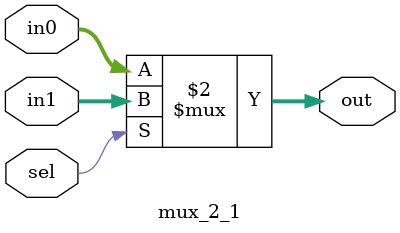
<source format=v>
module  mux_2_1(in0, in1, sel, out);
  input  [31:0] in0;
  input  [31:0] in1;
  input         sel;

  output reg [31:0] out;
  
  always@(sel) begin
    out = (sel) ? in1 : in0;
  end
endmodule

</source>
